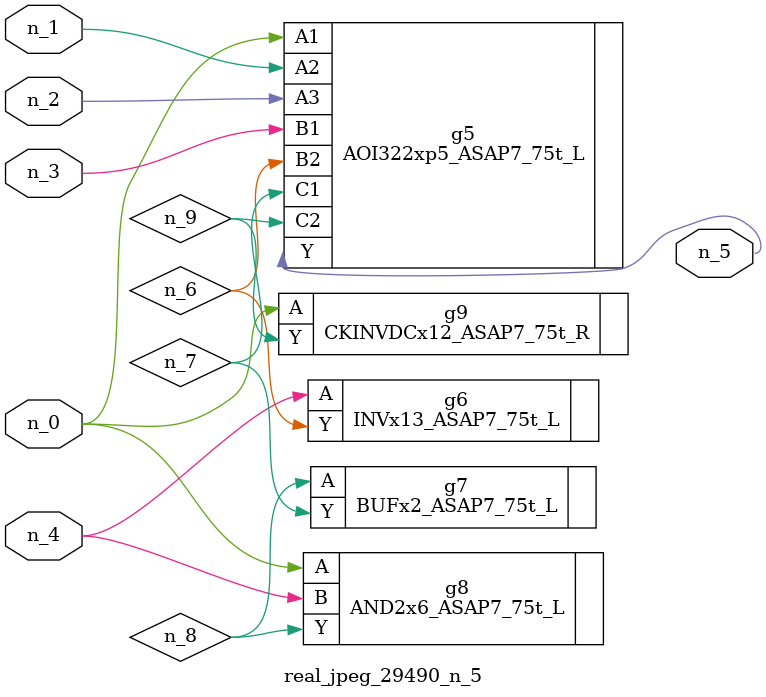
<source format=v>
module real_jpeg_29490_n_5 (n_4, n_0, n_1, n_2, n_3, n_5);

input n_4;
input n_0;
input n_1;
input n_2;
input n_3;

output n_5;

wire n_8;
wire n_6;
wire n_7;
wire n_9;

AOI322xp5_ASAP7_75t_L g5 ( 
.A1(n_0),
.A2(n_1),
.A3(n_2),
.B1(n_3),
.B2(n_6),
.C1(n_7),
.C2(n_9),
.Y(n_5)
);

AND2x6_ASAP7_75t_L g8 ( 
.A(n_0),
.B(n_4),
.Y(n_8)
);

CKINVDCx12_ASAP7_75t_R g9 ( 
.A(n_0),
.Y(n_9)
);

INVx13_ASAP7_75t_L g6 ( 
.A(n_4),
.Y(n_6)
);

BUFx2_ASAP7_75t_L g7 ( 
.A(n_8),
.Y(n_7)
);


endmodule
</source>
